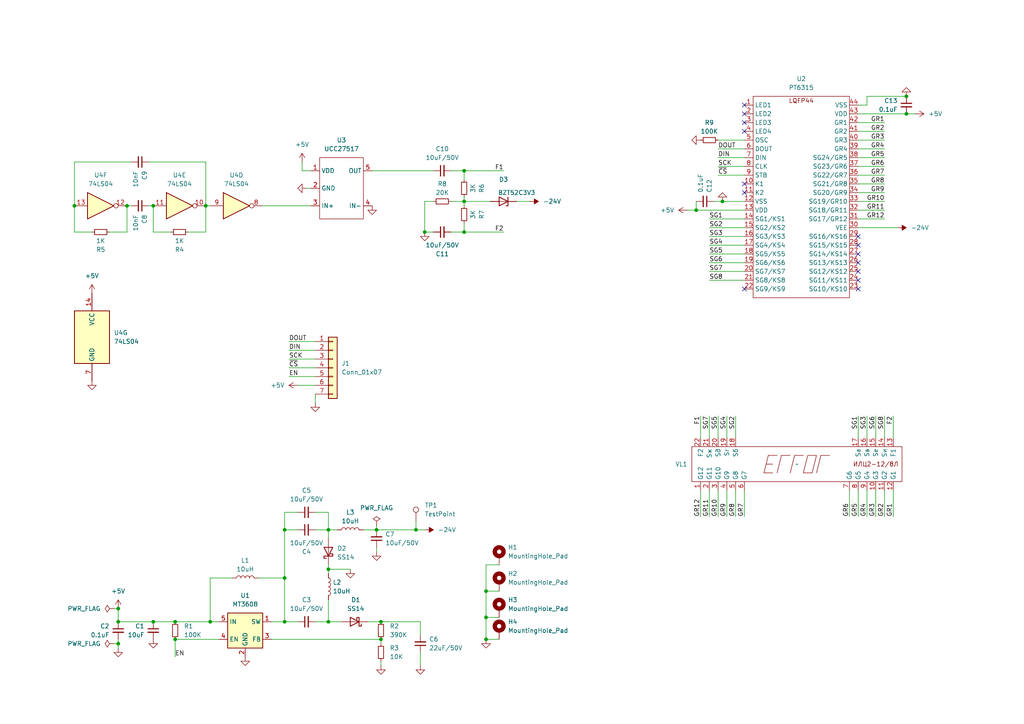
<source format=kicad_sch>
(kicad_sch (version 20230121) (generator eeschema)
  (paper "A4")
  (lib_symbols
    (symbol "74xx:74LS04"
      (property "Reference" "U" (at 0 1.27 0))
      (property "Value" "74LS04" (at 0 -1.27 0))
      (symbol "74LS04_1_0"
        (polyline (pts (xy -3.81 3.81) (xy -3.81 -3.81) (xy 3.81 0) (xy -3.81 3.81)) (stroke (width 0.254)) (fill (type background)))
        (pin input line (at -7.62 0 0) (length 3.81) (name "~") (number "1"))
        (pin output inverted (at 7.62 0 180) (length 3.81) (name "~") (number "2"))
      )
      (symbol "74LS04_2_0"
        (polyline (pts (xy -3.81 3.81) (xy -3.81 -3.81) (xy 3.81 0) (xy -3.81 3.81)) (stroke (width 0.254)) (fill (type background)))
        (pin input line (at -7.62 0 0) (length 3.81) (name "~") (number "3"))
        (pin output inverted (at 7.62 0 180) (length 3.81) (name "~") (number "4"))
      )
      (symbol "74LS04_3_0"
        (polyline (pts (xy -3.81 3.81) (xy -3.81 -3.81) (xy 3.81 0) (xy -3.81 3.81)) (stroke (width 0.254)) (fill (type background)))
        (pin input line (at -7.62 0 0) (length 3.81) (name "~") (number "5"))
        (pin output inverted (at 7.62 0 180) (length 3.81) (name "~") (number "6"))
      )
      (symbol "74LS04_4_0"
        (polyline (pts (xy -3.81 3.81) (xy -3.81 -3.81) (xy 3.81 0) (xy -3.81 3.81)) (stroke (width 0.254)) (fill (type background)))
        (pin output inverted (at 7.62 0 180) (length 3.81) (name "~") (number "8"))
        (pin input line (at -7.62 0 0) (length 3.81) (name "~") (number "9"))
      )
      (symbol "74LS04_5_0"
        (polyline (pts (xy -3.81 3.81) (xy -3.81 -3.81) (xy 3.81 0) (xy -3.81 3.81)) (stroke (width 0.254)) (fill (type background)))
        (pin output inverted (at 7.62 0 180) (length 3.81) (name "~") (number "10"))
        (pin input line (at -7.62 0 0) (length 3.81) (name "~") (number "11"))
      )
      (symbol "74LS04_6_0"
        (polyline (pts (xy -3.81 3.81) (xy -3.81 -3.81) (xy 3.81 0) (xy -3.81 3.81)) (stroke (width 0.254)) (fill (type background)))
        (pin output inverted (at 7.62 0 180) (length 3.81) (name "~") (number "12"))
        (pin input line (at -7.62 0 0) (length 3.81) (name "~") (number "13"))
      )
      (symbol "74LS04_7_0"
        (pin power_in line (at 0 12.7 270) (length 5.08) (name "VCC") (number "14"))
        (pin power_in line (at 0 -12.7 90) (length 5.08) (name "GND") (number "7"))
      )
      (symbol "74LS04_7_1"
        (rectangle (start -5.08 7.62) (end 5.08 -7.62) (stroke (width 0.254)) (fill (type background)))
      )
    )
    (symbol "Connector:TestPoint" (pin_numbers hide) (pin_names (offset 0.762) hide)
      (property "Reference" "TP" (at 0 6.858 0))
      (property "Value" "TestPoint" (at 0 5.08 0))
      (symbol "TestPoint_0_1"
        (circle (center 0 3.302) (radius 0.762))
      )
      (symbol "TestPoint_1_1"
        (pin passive line (at 0 0 90) (length 2.54) (name "1") (number "1"))
      )
    )
    (symbol "Connector_Generic:Conn_01x07" (pin_names (offset 1.016) hide)
      (property "Reference" "J" (at 0 10.16 0))
      (property "Value" "Conn_01x07" (at 0 -10.16 0))
      (symbol "Conn_01x07_1_1"
        (rectangle (start -1.27 -7.493) (end 0 -7.747) (stroke (width 0.1524)))
        (rectangle (start -1.27 -4.953) (end 0 -5.207) (stroke (width 0.1524)))
        (rectangle (start -1.27 -2.413) (end 0 -2.667) (stroke (width 0.1524)))
        (rectangle (start -1.27 0.127) (end 0 -0.127) (stroke (width 0.1524)))
        (rectangle (start -1.27 2.667) (end 0 2.413) (stroke (width 0.1524)))
        (rectangle (start -1.27 5.207) (end 0 4.953) (stroke (width 0.1524)))
        (rectangle (start -1.27 7.747) (end 0 7.493) (stroke (width 0.1524)))
        (rectangle (start -1.27 8.89) (end 1.27 -8.89) (stroke (width 0.254)) (fill (type background)))
        (pin passive line (at -5.08 7.62 0) (length 3.81) (name "Pin_1") (number "1"))
        (pin passive line (at -5.08 5.08 0) (length 3.81) (name "Pin_2") (number "2"))
        (pin passive line (at -5.08 2.54 0) (length 3.81) (name "Pin_3") (number "3"))
        (pin passive line (at -5.08 0 0) (length 3.81) (name "Pin_4") (number "4"))
        (pin passive line (at -5.08 -2.54 0) (length 3.81) (name "Pin_5") (number "5"))
        (pin passive line (at -5.08 -5.08 0) (length 3.81) (name "Pin_6") (number "6"))
        (pin passive line (at -5.08 -7.62 0) (length 3.81) (name "Pin_7") (number "7"))
      )
    )
    (symbol "Device:C_Small" (pin_numbers hide) (pin_names (offset 0.254) hide)
      (property "Reference" "C" (at 0.254 1.778 0))
      (property "Value" "C_Small" (at 0.254 -2.032 0))
      (symbol "C_Small_0_1"
        (polyline (pts (xy -1.524 -0.508) (xy 1.524 -0.508)) (stroke (width 0.3302)))
        (polyline (pts (xy -1.524 0.508) (xy 1.524 0.508)) (stroke (width 0.3048)))
      )
      (symbol "C_Small_1_1"
        (pin passive line (at 0 2.54 270) (length 2.032) (name "~") (number "1"))
        (pin passive line (at 0 -2.54 90) (length 2.032) (name "~") (number "2"))
      )
    )
    (symbol "Device:D_Schottky" (pin_numbers hide) (pin_names (offset 1.016) hide)
      (property "Reference" "D" (at 0 2.54 0))
      (property "Value" "D_Schottky" (at 0 -2.54 0))
      (symbol "D_Schottky_0_1"
        (polyline (pts (xy 1.27 0) (xy -1.27 0)))
        (polyline (pts (xy 1.27 1.27) (xy 1.27 -1.27) (xy -1.27 0) (xy 1.27 1.27)) (stroke (width 0.254)))
        (polyline (pts (xy -1.905 0.635) (xy -1.905 1.27) (xy -1.27 1.27) (xy -1.27 -1.27) (xy -0.635 -1.27) (xy -0.635 -0.635)) (stroke (width 0.254)))
      )
      (symbol "D_Schottky_1_1"
        (pin passive line (at -3.81 0 0) (length 2.54) (name "K") (number "1"))
        (pin passive line (at 3.81 0 180) (length 2.54) (name "A") (number "2"))
      )
    )
    (symbol "Device:L" (pin_numbers hide) (pin_names (offset 1.016) hide)
      (property "Reference" "L" (at -1.27 0 90))
      (property "Value" "L" (at 1.905 0 90))
      (symbol "L_0_1"
        (arc (start 0 -2.54) (mid 0.6323 -1.905) (end 0 -1.27))
        (arc (start 0 -1.27) (mid 0.6323 -0.635) (end 0 0))
        (arc (start 0 0) (mid 0.6323 0.635) (end 0 1.27))
        (arc (start 0 1.27) (mid 0.6323 1.905) (end 0 2.54))
      )
      (symbol "L_1_1"
        (pin passive line (at 0 3.81 270) (length 1.27) (name "1") (number "1"))
        (pin passive line (at 0 -3.81 90) (length 1.27) (name "2") (number "2"))
      )
    )
    (symbol "Device:R_Small" (pin_numbers hide) (pin_names (offset 0.254) hide)
      (property "Reference" "R" (at 0.762 0.508 0))
      (property "Value" "R_Small" (at 0.762 -1.016 0))
      (symbol "R_Small_0_1"
        (rectangle (start -0.762 1.778) (end 0.762 -1.778) (stroke (width 0.2032)))
      )
      (symbol "R_Small_1_1"
        (pin passive line (at 0 2.54 270) (length 0.762) (name "~") (number "1"))
        (pin passive line (at 0 -2.54 90) (length 0.762) (name "~") (number "2"))
      )
    )
    (symbol "Diode:BZT52Bxx" (pin_numbers hide) (pin_names hide)
      (property "Reference" "D" (at 0 2.54 0))
      (property "Value" "BZT52Bxx" (at 0 -2.54 0))
      (symbol "BZT52Bxx_0_1"
        (polyline (pts (xy 1.27 0) (xy -1.27 0)))
        (polyline (pts (xy -1.27 -1.27) (xy -1.27 1.27) (xy -0.762 1.27)) (stroke (width 0.254)))
        (polyline (pts (xy 1.27 -1.27) (xy 1.27 1.27) (xy -1.27 0) (xy 1.27 -1.27)) (stroke (width 0.254)))
      )
      (symbol "BZT52Bxx_1_1"
        (pin passive line (at -3.81 0 0) (length 2.54) (name "K") (number "1"))
        (pin passive line (at 3.81 0 180) (length 2.54) (name "A") (number "2"))
      )
    )
    (symbol "ILC2-12_8L:ILC2-12/8L"
      (property "Reference" "VL" (at 1.27 -7.62 0))
      (symbol "ILC2-12/8L_0_1"
        (rectangle (start -30.48 5.08) (end 30.48 -5.08))
      )
      (symbol "ILC2-12/8L_1_1"
        (polyline (pts (xy -8.89 0) (xy -7.0231 0.0006)))
        (polyline (pts (xy -8.2931 2.5406) (xy -5.7531 2.5406)))
        (polyline (pts (xy -4.4831 2.5406) (xy -5.7531 -2.5394)))
        (polyline (pts (xy -4.4831 2.5406) (xy -1.9431 2.5406)))
        (polyline (pts (xy -0.6731 2.5406) (xy -1.9431 -2.5394)))
        (polyline (pts (xy -0.6731 2.5406) (xy 1.8669 2.5406)))
        (polyline (pts (xy 6.9469 2.5406) (xy 5.6769 -2.5394)))
        (polyline (pts (xy 6.9469 2.5406) (xy 9.4869 2.5406)))
        (polyline (pts (xy -8.2931 2.5406) (xy -9.5631 -2.5394) (xy -7.0231 -2.5394)))
        (polyline (pts (xy 3.1369 2.5406) (xy 5.6769 2.5406) (xy 4.4069 -2.5394) (xy 1.8669 -2.5394) (xy 3.1369 2.5406)))
        (text "ИЛЦ2-12/8Л" (at 22.86 0 0) (effects (font (size 1.27 1.27))))
        (pin passive line (at -27.94 -7.62 90) (length 2.54) (name "G12") (number "1"))
        (pin passive line (at 22.86 -7.62 90) (length 2.54) (name "G3") (number "10"))
        (pin passive line (at 25.4 -7.62 90) (length 2.54) (name "G2") (number "11"))
        (pin passive line (at 27.94 -7.62 90) (length 2.54) (name "G1") (number "12"))
        (pin passive line (at 27.94 7.62 270) (length 2.54) (name "F1") (number "13"))
        (pin passive line (at 25.4 7.62 270) (length 2.54) (name "Sи") (number "14"))
        (pin passive line (at 22.86 7.62 270) (length 2.54) (name "Sе") (number "15"))
        (pin passive line (at 20.32 7.62 270) (length 2.54) (name "Sв") (number "16"))
        (pin passive line (at 17.78 7.62 270) (length 2.54) (name "Sа") (number "17"))
        (pin passive line (at -17.78 7.62 270) (length 2.54) (name "Sб") (number "18"))
        (pin passive line (at -20.32 7.62 270) (length 2.54) (name "Sг") (number "19"))
        (pin passive line (at -25.4 -7.62 90) (length 2.54) (name "G11") (number "2"))
        (pin passive line (at -22.86 7.62 270) (length 2.54) (name "Sд") (number "20"))
        (pin passive line (at -25.4 7.62 270) (length 2.54) (name "Sж") (number "21"))
        (pin passive line (at -27.94 7.62 270) (length 2.54) (name "F2") (number "22"))
        (pin passive line (at -22.86 -7.62 90) (length 2.54) (name "G10") (number "3"))
        (pin passive line (at -20.32 -7.62 90) (length 2.54) (name "G9") (number "4"))
        (pin passive line (at -17.78 -7.62 90) (length 2.54) (name "G8") (number "5"))
        (pin passive line (at -15.24 -7.62 90) (length 2.54) (name "G7") (number "6"))
        (pin passive line (at 15.24 -7.62 90) (length 2.54) (name "G6") (number "7"))
        (pin passive line (at 17.78 -7.62 90) (length 2.54) (name "G5") (number "8"))
        (pin passive line (at 20.32 -7.62 90) (length 2.54) (name "G4") (number "9"))
      )
    )
    (symbol "Mechanical:MountingHole_Pad" (pin_numbers hide) (pin_names (offset 1.016) hide)
      (property "Reference" "H" (at 0 6.35 0))
      (property "Value" "MountingHole_Pad" (at 0 4.445 0))
      (symbol "MountingHole_Pad_0_1"
        (circle (center 0 1.27) (radius 1.27) (stroke (width 1.27)))
      )
      (symbol "MountingHole_Pad_1_1"
        (pin input line (at 0 -2.54 90) (length 2.54) (name "1") (number "1"))
      )
    )
    (symbol "PT6315:PT6315"
      (property "Reference" "U" (at -12.7 -31.75 0))
      (property "Value" "PT6315" (at 0 0 0))
      (symbol "PT6315_0_1"
        (rectangle (start -13.97 29.21) (end 13.97 -29.21))
      )
      (symbol "PT6315_1_1"
        (text "LQFP44" (at 0 27.94 0) (effects (font (size 1.27 1.27))))
        (pin output line (at -16.51 26.67 0) (length 2.54) (name "LED1") (number "1"))
        (pin input line (at -16.51 3.81 0) (length 2.54) (name "K1") (number "10"))
        (pin input line (at -16.51 1.27 0) (length 2.54) (name "K2") (number "11"))
        (pin passive line (at -16.51 -1.27 0) (length 2.54) (name "VSS") (number "12"))
        (pin passive line (at -16.51 -3.81 0) (length 2.54) (name "VDD") (number "13"))
        (pin output line (at -16.51 -6.35 0) (length 2.54) (name "SG1/KS1") (number "14"))
        (pin output line (at -16.51 -8.89 0) (length 2.54) (name "SG2/KS2") (number "15"))
        (pin output line (at -16.51 -11.43 0) (length 2.54) (name "SG3/KS3") (number "16"))
        (pin output line (at -16.51 -13.97 0) (length 2.54) (name "SG4/KS4") (number "17"))
        (pin output line (at -16.51 -16.51 0) (length 2.54) (name "SG5/KS5") (number "18"))
        (pin output line (at -16.51 -19.05 0) (length 2.54) (name "SG6/KS6") (number "19"))
        (pin output line (at -16.51 24.13 0) (length 2.54) (name "LED2") (number "2"))
        (pin output line (at -16.51 -21.59 0) (length 2.54) (name "SG7/KS7") (number "20"))
        (pin output line (at -16.51 -24.13 0) (length 2.54) (name "SG8/KS8") (number "21"))
        (pin output line (at -16.51 -26.67 0) (length 2.54) (name "SG9/KS9") (number "22"))
        (pin output line (at 16.51 -26.67 180) (length 2.54) (name "SG10/KS10") (number "23"))
        (pin output line (at 16.51 -24.13 180) (length 2.54) (name "SG11/KS11") (number "24"))
        (pin output line (at 16.51 -21.59 180) (length 2.54) (name "SG12/KS12") (number "25"))
        (pin output line (at 16.51 -19.05 180) (length 2.54) (name "SG13/KS13") (number "26"))
        (pin output line (at 16.51 -16.51 180) (length 2.54) (name "SG14/KS14") (number "27"))
        (pin output line (at 16.51 -13.97 180) (length 2.54) (name "SG15/KS15") (number "28"))
        (pin output line (at 16.51 -11.43 180) (length 2.54) (name "SG16/KS16") (number "29"))
        (pin output line (at -16.51 21.59 0) (length 2.54) (name "LED3") (number "3"))
        (pin passive line (at 16.51 -8.89 180) (length 2.54) (name "VEE") (number "30"))
        (pin output line (at 16.51 -6.35 180) (length 2.54) (name "SG17/GR12") (number "31"))
        (pin output line (at 16.51 -3.81 180) (length 2.54) (name "SG18/GR11") (number "32"))
        (pin output line (at 16.51 -1.27 180) (length 2.54) (name "SG19/GR10") (number "33"))
        (pin output line (at 16.51 1.27 180) (length 2.54) (name "SG20/GR9") (number "34"))
        (pin output line (at 16.51 3.81 180) (length 2.54) (name "SG21/GR8") (number "35"))
        (pin output line (at 16.51 6.35 180) (length 2.54) (name "SG22/GR7") (number "36"))
        (pin output line (at 16.51 8.89 180) (length 2.54) (name "SG23/GR6") (number "37"))
        (pin output line (at 16.51 11.43 180) (length 2.54) (name "SG24/GR5") (number "38"))
        (pin output line (at 16.51 13.97 180) (length 2.54) (name "GR4") (number "39"))
        (pin output line (at -16.51 19.05 0) (length 2.54) (name "LED4") (number "4"))
        (pin output line (at 16.51 16.51 180) (length 2.54) (name "GR3") (number "40"))
        (pin output line (at 16.51 19.05 180) (length 2.54) (name "GR2") (number "41"))
        (pin output line (at 16.51 21.59 180) (length 2.54) (name "GR1") (number "42"))
        (pin passive line (at 16.51 24.13 180) (length 2.54) (name "VDD") (number "43"))
        (pin passive line (at 16.51 26.67 180) (length 2.54) (name "VSS") (number "44"))
        (pin passive line (at -16.51 16.51 0) (length 2.54) (name "OSC") (number "5"))
        (pin output line (at -16.51 13.97 0) (length 2.54) (name "DOUT") (number "6"))
        (pin input line (at -16.51 11.43 0) (length 2.54) (name "DIN") (number "7"))
        (pin input line (at -16.51 8.89 0) (length 2.54) (name "CLK") (number "8"))
        (pin input line (at -16.51 6.35 0) (length 2.54) (name "STB") (number "9"))
      )
    )
    (symbol "Regulator_Switching:MT3608"
      (property "Reference" "U" (at -2.54 8.89 0))
      (property "Value" "MT3608" (at -3.81 6.35 0))
      (symbol "MT3608_0_1"
        (rectangle (start -5.08 5.08) (end 5.08 -5.08) (stroke (width 0.254)) (fill (type background)))
      )
      (symbol "MT3608_1_1"
        (pin passive line (at 7.62 2.54 180) (length 2.54) (name "SW") (number "1"))
        (pin power_in line (at 0 -7.62 90) (length 2.54) (name "GND") (number "2"))
        (pin input line (at 7.62 -2.54 180) (length 2.54) (name "FB") (number "3"))
        (pin input line (at -7.62 -2.54 0) (length 2.54) (name "EN") (number "4"))
        (pin power_in line (at -7.62 2.54 0) (length 2.54) (name "IN") (number "5"))
        (pin no_connect line (at 5.08 0 180) (length 2.54) hide (name "NC") (number "6"))
      )
    )
    (symbol "UCC27517:UCC27517"
      (property "Reference" "U" (at -6.35 10.16 0))
      (property "Value" "UCC27517" (at -1.27 -10.16 0))
      (symbol "UCC27517_0_1"
        (rectangle (start -6.35 8.89) (end 6.35 -8.89))
      )
      (symbol "UCC27517_1_1"
        (pin passive line (at -8.89 5.08 0) (length 2.54) (name "VDD") (number "1"))
        (pin passive line (at -8.89 0 0) (length 2.54) (name "GND") (number "2"))
        (pin input line (at -8.89 -5.08 0) (length 2.54) (name "IN+") (number "3"))
        (pin input line (at 8.89 -5.08 180) (length 2.54) (name "IN-") (number "4"))
        (pin output line (at 8.89 5.08 180) (length 2.54) (name "OUT") (number "5"))
      )
    )
    (symbol "power:+5V" (power) (pin_names (offset 0))
      (property "Value" "+5V" (at 0 3.556 0))
      (symbol "+5V_0_1"
        (polyline (pts (xy -0.762 1.27) (xy 0 2.54)))
        (polyline (pts (xy 0 0) (xy 0 2.54)))
        (polyline (pts (xy 0 2.54) (xy 0.762 1.27)))
      )
      (symbol "+5V_1_1"
        (pin power_in line (at 0 0 90) (length 0) hide (name "+5V") (number "1"))
      )
    )
    (symbol "power:-24V" (power) (pin_names (offset 0))
      (property "Value" "-24V" (at 0 3.81 0))
      (symbol "-24V_0_0"
        (pin power_in line (at 0 0 90) (length 0) hide (name "-24V") (number "1"))
      )
      (symbol "-24V_0_1"
        (polyline (pts (xy 0 0) (xy 0 1.27) (xy 0.762 1.27) (xy 0 2.54) (xy -0.762 1.27) (xy 0 1.27)) (fill (type outline)))
      )
    )
    (symbol "power:GND" (power) (pin_names (offset 0))
      (property "Value" "GND" (at 0 -3.81 0))
      (symbol "GND_0_1"
        (polyline (pts (xy 0 0) (xy 0 -1.27) (xy 1.27 -1.27) (xy 0 -2.54) (xy -1.27 -1.27) (xy 0 -1.27)))
      )
      (symbol "GND_1_1"
        (pin power_in line (at 0 0 270) (length 0) hide (name "GND") (number "1"))
      )
    )
    (symbol "power:PWR_FLAG" (power) (pin_numbers hide) (pin_names (offset 0) hide)
      (property "Value" "PWR_FLAG" (at 0 3.81 0))
      (symbol "PWR_FLAG_0_0"
        (pin power_out line (at 0 0 90) (length 0) (name "pwr") (number "1"))
      )
      (symbol "PWR_FLAG_0_1"
        (polyline (pts (xy 0 0) (xy 0 1.27) (xy -1.016 1.905) (xy 0 2.54) (xy 1.016 1.905) (xy 0 1.27)))
      )
    )
  )
  (junction (at 262.89 33.02))
  (junction (at 95.25 180.34))
  (junction (at 44.45 59.69))
  (junction (at 110.49 185.42))
  (junction (at 120.65 153.67))
  (junction (at 201.93 60.96))
  (junction (at 34.29 186.69))
  (junction (at 95.25 153.67))
  (junction (at 60.96 180.34))
  (junction (at 134.62 67.31))
  (junction (at 82.55 167.64))
  (junction (at 50.8 180.34))
  (junction (at 140.97 179.07))
  (junction (at 82.55 153.67))
  (junction (at 110.49 180.34))
  (junction (at 134.62 49.53))
  (junction (at 109.22 153.67))
  (junction (at 50.8 185.42))
  (junction (at 134.62 58.42))
  (junction (at 95.25 165.1))
  (junction (at 36.83 59.69))
  (junction (at 140.97 185.42))
  (junction (at 34.29 180.34))
  (junction (at 123.19 67.31))
  (junction (at 34.29 176.53))
  (junction (at 209.55 58.42))
  (junction (at 140.97 171.45))
  (junction (at 21.59 59.69))
  (junction (at 82.55 180.34))
  (junction (at 262.89 27.94))
  (junction (at 44.45 180.34))
  (junction (at 59.69 59.69))
  (no_connect (at 248.92 78.74))
  (no_connect (at 215.9 83.82))
  (no_connect (at 215.9 55.88))
  (no_connect (at 215.9 30.48))
  (no_connect (at 215.9 38.1))
  (no_connect (at 248.92 73.66))
  (no_connect (at 215.9 53.34))
  (no_connect (at 248.92 76.2))
  (no_connect (at 248.92 68.58))
  (no_connect (at 248.92 71.12))
  (no_connect (at 248.92 81.28))
  (no_connect (at 248.92 83.82))
  (no_connect (at 215.9 33.02))
  (no_connect (at 215.9 35.56))
  (wire (pts (xy 125.73 58.42) (xy 123.19 58.42)))
  (wire (pts (xy 31.75 67.31) (xy 36.83 67.31)))
  (wire (pts (xy 82.55 180.34) (xy 86.36 180.34)))
  (wire (pts (xy 95.25 148.59) (xy 95.25 153.67)))
  (wire (pts (xy 38.1 46.99) (xy 21.59 46.99)))
  (wire (pts (xy 91.44 148.59) (xy 95.25 148.59)))
  (wire (pts (xy 120.65 153.67) (xy 123.19 153.67)))
  (wire (pts (xy 140.97 171.45) (xy 140.97 179.07)))
  (wire (pts (xy 205.74 73.66) (xy 215.9 73.66)))
  (wire (pts (xy 74.93 167.64) (xy 82.55 167.64)))
  (wire (pts (xy 50.8 185.42) (xy 63.5 185.42)))
  (wire (pts (xy 120.65 151.13) (xy 120.65 153.67)))
  (wire (pts (xy 205.74 76.2) (xy 215.9 76.2)))
  (wire (pts (xy 76.2 59.69) (xy 90.17 59.69)))
  (wire (pts (xy 60.96 180.34) (xy 63.5 180.34)))
  (wire (pts (xy 44.45 59.69) (xy 44.45 67.31)))
  (wire (pts (xy 209.55 58.42) (xy 215.9 58.42)))
  (wire (pts (xy 256.54 120.65) (xy 256.54 127)))
  (wire (pts (xy 130.81 58.42) (xy 134.62 58.42)))
  (wire (pts (xy 210.82 120.65) (xy 210.82 127)))
  (wire (pts (xy 213.36 142.24) (xy 213.36 149.86)))
  (wire (pts (xy 205.74 142.24) (xy 205.74 149.86)))
  (wire (pts (xy 121.92 180.34) (xy 110.49 180.34)))
  (wire (pts (xy 109.22 153.67) (xy 109.22 152.4)))
  (wire (pts (xy 134.62 49.53) (xy 134.62 52.07)))
  (wire (pts (xy 134.62 58.42) (xy 134.62 59.69)))
  (wire (pts (xy 59.69 67.31) (xy 54.61 67.31)))
  (wire (pts (xy 140.97 179.07) (xy 140.97 185.42)))
  (wire (pts (xy 21.59 46.99) (xy 21.59 59.69)))
  (wire (pts (xy 134.62 49.53) (xy 146.05 49.53)))
  (wire (pts (xy 248.92 55.88) (xy 256.54 55.88)))
  (wire (pts (xy 86.36 148.59) (xy 82.55 148.59)))
  (wire (pts (xy 208.28 43.18) (xy 215.9 43.18)))
  (wire (pts (xy 95.25 163.83) (xy 95.25 165.1)))
  (wire (pts (xy 34.29 186.69) (xy 34.29 185.42)))
  (wire (pts (xy 248.92 50.8) (xy 256.54 50.8)))
  (wire (pts (xy 208.28 142.24) (xy 208.28 149.86)))
  (wire (pts (xy 251.46 27.94) (xy 262.89 27.94)))
  (wire (pts (xy 248.92 142.24) (xy 248.92 149.86)))
  (wire (pts (xy 50.8 185.42) (xy 50.8 190.5)))
  (wire (pts (xy 254 120.65) (xy 254 127)))
  (wire (pts (xy 44.45 67.31) (xy 49.53 67.31)))
  (wire (pts (xy 86.36 111.76) (xy 91.44 111.76)))
  (wire (pts (xy 199.39 60.96) (xy 201.93 60.96)))
  (wire (pts (xy 83.82 99.06) (xy 91.44 99.06)))
  (wire (pts (xy 82.55 153.67) (xy 82.55 167.64)))
  (wire (pts (xy 208.28 40.64) (xy 215.9 40.64)))
  (wire (pts (xy 248.92 33.02) (xy 262.89 33.02)))
  (wire (pts (xy 205.74 68.58) (xy 215.9 68.58)))
  (wire (pts (xy 83.82 106.68) (xy 91.44 106.68)))
  (wire (pts (xy 34.29 180.34) (xy 44.45 180.34)))
  (wire (pts (xy 248.92 35.56) (xy 256.54 35.56)))
  (wire (pts (xy 78.74 185.42) (xy 110.49 185.42)))
  (wire (pts (xy 248.92 58.42) (xy 256.54 58.42)))
  (wire (pts (xy 88.9 54.61) (xy 90.17 54.61)))
  (wire (pts (xy 130.81 49.53) (xy 134.62 49.53)))
  (wire (pts (xy 248.92 66.04) (xy 260.35 66.04)))
  (wire (pts (xy 207.01 58.42) (xy 209.55 58.42)))
  (wire (pts (xy 208.28 48.26) (xy 215.9 48.26)))
  (wire (pts (xy 205.74 63.5) (xy 215.9 63.5)))
  (wire (pts (xy 213.36 120.65) (xy 213.36 127)))
  (wire (pts (xy 134.62 57.15) (xy 134.62 58.42)))
  (wire (pts (xy 259.08 142.24) (xy 259.08 149.86)))
  (wire (pts (xy 82.55 167.64) (xy 82.55 180.34)))
  (wire (pts (xy 83.82 101.6) (xy 91.44 101.6)))
  (wire (pts (xy 60.96 167.64) (xy 60.96 180.34)))
  (wire (pts (xy 91.44 180.34) (xy 95.25 180.34)))
  (wire (pts (xy 205.74 78.74) (xy 215.9 78.74)))
  (wire (pts (xy 95.25 180.34) (xy 99.06 180.34)))
  (wire (pts (xy 34.29 186.69) (xy 33.02 186.69)))
  (wire (pts (xy 36.83 59.69) (xy 36.83 67.31)))
  (wire (pts (xy 149.86 58.42) (xy 153.67 58.42)))
  (wire (pts (xy 208.28 50.8) (xy 215.9 50.8)))
  (wire (pts (xy 95.25 173.99) (xy 95.25 180.34)))
  (wire (pts (xy 256.54 142.24) (xy 256.54 149.86)))
  (wire (pts (xy 109.22 158.75) (xy 109.22 160.02)))
  (wire (pts (xy 95.25 153.67) (xy 95.25 156.21)))
  (wire (pts (xy 78.74 180.34) (xy 82.55 180.34)))
  (wire (pts (xy 134.62 67.31) (xy 134.62 64.77)))
  (wire (pts (xy 83.82 109.22) (xy 91.44 109.22)))
  (wire (pts (xy 123.19 58.42) (xy 123.19 67.31)))
  (wire (pts (xy 251.46 120.65) (xy 251.46 127)))
  (wire (pts (xy 21.59 59.69) (xy 21.59 67.31)))
  (wire (pts (xy 205.74 66.04) (xy 215.9 66.04)))
  (wire (pts (xy 262.89 33.02) (xy 265.43 33.02)))
  (wire (pts (xy 33.02 176.53) (xy 34.29 176.53)))
  (wire (pts (xy 87.63 49.53) (xy 90.17 49.53)))
  (wire (pts (xy 87.63 46.99) (xy 87.63 49.53)))
  (wire (pts (xy 140.97 179.07) (xy 144.78 179.07)))
  (wire (pts (xy 95.25 153.67) (xy 97.79 153.67)))
  (wire (pts (xy 59.69 46.99) (xy 59.69 59.69)))
  (wire (pts (xy 203.2 142.24) (xy 203.2 149.86)))
  (wire (pts (xy 205.74 71.12) (xy 215.9 71.12)))
  (wire (pts (xy 95.25 165.1) (xy 101.6 165.1)))
  (wire (pts (xy 201.93 60.96) (xy 215.9 60.96)))
  (wire (pts (xy 123.19 67.31) (xy 125.73 67.31)))
  (wire (pts (xy 246.38 142.24) (xy 246.38 149.86)))
  (wire (pts (xy 134.62 58.42) (xy 142.24 58.42)))
  (wire (pts (xy 105.41 153.67) (xy 109.22 153.67)))
  (wire (pts (xy 248.92 30.48) (xy 251.46 30.48)))
  (wire (pts (xy 203.2 120.65) (xy 203.2 127)))
  (wire (pts (xy 248.92 60.96) (xy 256.54 60.96)))
  (wire (pts (xy 205.74 81.28) (xy 215.9 81.28)))
  (wire (pts (xy 110.49 185.42) (xy 110.49 186.69)))
  (wire (pts (xy 109.22 153.67) (xy 120.65 153.67)))
  (wire (pts (xy 248.92 38.1) (xy 256.54 38.1)))
  (wire (pts (xy 121.92 193.04) (xy 121.92 189.23)))
  (wire (pts (xy 248.92 63.5) (xy 256.54 63.5)))
  (wire (pts (xy 67.31 167.64) (xy 60.96 167.64)))
  (wire (pts (xy 59.69 59.69) (xy 60.96 59.69)))
  (wire (pts (xy 44.45 180.34) (xy 50.8 180.34)))
  (wire (pts (xy 134.62 67.31) (xy 146.05 67.31)))
  (wire (pts (xy 251.46 142.24) (xy 251.46 149.86)))
  (wire (pts (xy 121.92 184.15) (xy 121.92 180.34)))
  (wire (pts (xy 215.9 142.24) (xy 215.9 149.86)))
  (wire (pts (xy 130.81 67.31) (xy 134.62 67.31)))
  (wire (pts (xy 140.97 185.42) (xy 144.78 185.42)))
  (wire (pts (xy 254 142.24) (xy 254 149.86)))
  (wire (pts (xy 82.55 153.67) (xy 86.36 153.67)))
  (wire (pts (xy 144.78 163.83) (xy 140.97 163.83)))
  (wire (pts (xy 248.92 53.34) (xy 256.54 53.34)))
  (wire (pts (xy 248.92 45.72) (xy 256.54 45.72)))
  (wire (pts (xy 59.69 59.69) (xy 59.69 67.31)))
  (wire (pts (xy 259.08 120.65) (xy 259.08 127)))
  (wire (pts (xy 205.74 120.65) (xy 205.74 127)))
  (wire (pts (xy 34.29 187.96) (xy 34.29 186.69)))
  (wire (pts (xy 248.92 43.18) (xy 256.54 43.18)))
  (wire (pts (xy 106.68 180.34) (xy 110.49 180.34)))
  (wire (pts (xy 110.49 191.77) (xy 110.49 193.04)))
  (wire (pts (xy 34.29 176.53) (xy 34.29 180.34)))
  (wire (pts (xy 21.59 67.31) (xy 26.67 67.31)))
  (wire (pts (xy 201.93 58.42) (xy 201.93 60.96)))
  (wire (pts (xy 91.44 153.67) (xy 95.25 153.67)))
  (wire (pts (xy 208.28 120.65) (xy 208.28 127)))
  (wire (pts (xy 43.18 46.99) (xy 59.69 46.99)))
  (wire (pts (xy 43.18 59.69) (xy 44.45 59.69)))
  (wire (pts (xy 91.44 114.3) (xy 91.44 116.84)))
  (wire (pts (xy 248.92 40.64) (xy 256.54 40.64)))
  (wire (pts (xy 95.25 166.37) (xy 95.25 165.1)))
  (wire (pts (xy 251.46 30.48) (xy 251.46 27.94)))
  (wire (pts (xy 210.82 142.24) (xy 210.82 149.86)))
  (wire (pts (xy 208.28 45.72) (xy 215.9 45.72)))
  (wire (pts (xy 107.95 49.53) (xy 125.73 49.53)))
  (wire (pts (xy 140.97 163.83) (xy 140.97 171.45)))
  (wire (pts (xy 140.97 171.45) (xy 144.78 171.45)))
  (wire (pts (xy 50.8 180.34) (xy 60.96 180.34)))
  (wire (pts (xy 36.83 59.69) (xy 38.1 59.69)))
  (wire (pts (xy 248.92 48.26) (xy 256.54 48.26)))
  (wire (pts (xy 82.55 148.59) (xy 82.55 153.67)))
  (wire (pts (xy 83.82 104.14) (xy 91.44 104.14)))
  (wire (pts (xy 248.92 120.65) (xy 248.92 127)))
  (label "GR1" (at 259.08 149.86 90))
  (label "GR2" (at 256.54 38.1 180))
  (label "GR10" (at 256.54 58.42 180))
  (label "GR9" (at 256.54 55.88 180))
  (label "SG2" (at 205.74 66.04 0))
  (label "SG1" (at 205.74 63.5 0))
  (label "GR9" (at 210.82 149.86 90))
  (label "GR7" (at 256.54 50.8 180))
  (label "EN" (at 50.8 190.5 0))
  (label "F2" (at 259.08 120.65 270))
  (label "SG3" (at 205.74 68.58 0))
  (label "SG1" (at 248.92 120.65 270))
  (label "SG8" (at 256.54 120.65 270))
  (label "~{CS}" (at 83.82 106.68 0))
  (label "GR6" (at 246.38 149.86 90))
  (label "SG5" (at 208.28 120.65 270))
  (label "F1" (at 146.05 49.53 180))
  (label "DIN" (at 83.82 101.6 0))
  (label "SG2" (at 213.36 120.65 270))
  (label "SG7" (at 205.74 78.74 0))
  (label "GR12" (at 203.2 149.86 90))
  (label "SG4" (at 205.74 71.12 0))
  (label "GR10" (at 208.28 149.86 90))
  (label "GR4" (at 251.46 149.86 90))
  (label "GR4" (at 256.54 43.18 180))
  (label "F2" (at 146.05 67.31 180))
  (label "SG6" (at 254 120.65 270))
  (label "GR12" (at 256.54 63.5 180))
  (label "GR5" (at 256.54 45.72 180))
  (label "EN" (at 83.82 109.22 0))
  (label "SG8" (at 205.74 81.28 0))
  (label "SG5" (at 205.74 73.66 0))
  (label "SCK" (at 208.28 48.26 0))
  (label "SG7" (at 205.74 120.65 270))
  (label "SG3" (at 251.46 120.65 270))
  (label "~{CS}" (at 208.28 50.8 0))
  (label "F1" (at 203.2 120.65 270))
  (label "GR1" (at 256.54 35.56 180))
  (label "GR6" (at 256.54 48.26 180))
  (label "SCK" (at 83.82 104.14 0))
  (label "GR8" (at 213.36 149.86 90))
  (label "GR11" (at 205.74 149.86 90))
  (label "GR8" (at 256.54 53.34 180))
  (label "SG4" (at 210.82 120.65 270))
  (label "GR11" (at 256.54 60.96 180))
  (label "GR3" (at 256.54 40.64 180))
  (label "GR2" (at 256.54 149.86 90))
  (label "GR3" (at 254 149.86 90))
  (label "DOUT" (at 83.82 99.06 0))
  (label "DOUT" (at 208.28 43.18 0))
  (label "SG6" (at 205.74 76.2 0))
  (label "GR5" (at 248.92 149.86 90))
  (label "DIN" (at 208.28 45.72 0))
  (label "GR7" (at 215.9 149.86 90))
  (symbol (lib_id "74xx:74LS04") (at 68.58 59.69 0) (unit 4)
    (property "Reference" "U4" (at 68.58 50.8 0))
    (property "Value" "74LS04" (at 68.58 53.34 0))
    (property "Footprint" "Package_SO:SOIC-14_3.9x8.7mm_P1.27mm" (effects hide))
    (property "Datasheet" "http://www.ti.com/lit/gpn/sn74LS04" (effects hide))
  )
  (symbol (lib_id "power:GND") (at 121.92 193.04 0) (unit 1)
    (property "Reference" "#PWR06" (effects hide))
    (property "Value" "GND" (effects hide))
  )
  (symbol (lib_id "Device:C_Small") (at 262.89 30.48 0) (mirror y) (unit 1)
    (property "Reference" "C13" (at 260.35 29.2163 0) (effects (justify left)))
    (property "Value" "0.1uF" (at 260.35 31.7563 0) (effects (justify left)))
    (property "Footprint" "Capacitor_SMD:C_0805_2012Metric" (effects hide))
  )
  (symbol (lib_id "power:+5V") (at 199.39 60.96 90) (unit 1)
    (property "Reference" "#PWR016" (effects hide))
    (property "Value" "+5V" (at 195.58 60.96 90) (effects (justify left)))
  )
  (symbol (lib_id "Mechanical:MountingHole_Pad") (at 144.78 168.91 0) (unit 1)
    (property "Reference" "H2" (at 147.32 166.37 0) (effects (justify left)))
    (property "Value" "MountingHole_Pad" (at 147.32 168.91 0) (effects (justify left)))
    (property "Footprint" "MountingHole:MountingHole_2.5mm_Pad" (effects hide))
  )
  (symbol (lib_id "Device:C_Small") (at 34.29 182.88 0) (mirror y) (unit 1)
    (property "Reference" "C2" (at 31.75 181.6163 0) (effects (justify left)))
    (property "Value" "0.1uF" (at 31.75 184.1563 0) (effects (justify left)))
    (property "Footprint" "Capacitor_SMD:C_0805_2012Metric" (effects hide))
  )
  (symbol (lib_id "power:PWR_FLAG") (at 33.02 186.69 90) (unit 1)
    (property "Reference" "#FLG03" (effects hide))
    (property "Value" "PWR_FLAG" (at 29.21 186.69 90) (effects (justify left)))
  )
  (symbol (lib_id "Device:R_Small") (at 50.8 182.88 0) (unit 1)
    (property "Reference" "R1" (at 53.34 181.61 0) (effects (justify left)))
    (property "Value" "100K" (at 53.34 184.15 0) (effects (justify left)))
    (property "Footprint" "Resistor_SMD:R_0805_2012Metric" (effects hide))
  )
  (symbol (lib_id "power:GND") (at 91.44 116.84 0) (unit 1)
    (property "Reference" "#PWR022" (effects hide))
    (property "Value" "GND" (effects hide))
  )
  (symbol (lib_id "power:PWR_FLAG") (at 33.02 176.53 90) (unit 1)
    (property "Reference" "#FLG02" (effects hide))
    (property "Value" "PWR_FLAG" (at 29.21 176.53 90) (effects (justify left)))
  )
  (symbol (lib_id "Device:C_Small") (at 40.64 59.69 270) (unit 1)
    (property "Reference" "C8" (at 41.9037 62.23 0) (effects (justify left)))
    (property "Value" "10nF" (at 39.3637 62.23 0) (effects (justify left)))
    (property "Footprint" "Capacitor_SMD:C_0805_2012Metric" (effects hide))
  )
  (symbol (lib_id "power:+5V") (at 87.63 46.99 0) (unit 1)
    (property "Reference" "#PWR09" (effects hide))
    (property "Value" "+5V" (at 87.63 41.91 0))
  )
  (symbol (lib_id "Device:C_Small") (at 128.27 49.53 90) (unit 1)
    (property "Reference" "C10" (at 128.2763 43.18 90))
    (property "Value" "10uF/50V" (at 128.2763 45.72 90))
    (property "Footprint" "Capacitor_SMD:C_1210_3225Metric" (effects hide))
  )
  (symbol (lib_id "power:+5V") (at 26.67 85.09 0) (unit 1)
    (property "Reference" "#PWR012" (effects hide))
    (property "Value" "+5V" (at 26.67 80.01 0))
  )
  (symbol (lib_id "Connector:TestPoint") (at 120.65 151.13 0) (unit 1)
    (property "Reference" "TP1" (at 123.19 146.558 0) (effects (justify left)))
    (property "Value" "TestPoint" (at 123.19 149.098 0) (effects (justify left)))
    (property "Footprint" "TestPoint:TestPoint_THTPad_2.0x2.0mm_Drill1.0mm" (effects hide))
  )
  (symbol (lib_id "power:GND") (at 34.29 187.96 0) (unit 1)
    (property "Reference" "#PWR03" (effects hide))
    (property "Value" "GND" (effects hide))
  )
  (symbol (lib_id "Mechanical:MountingHole_Pad") (at 144.78 176.53 0) (unit 1)
    (property "Reference" "H3" (at 147.32 173.99 0) (effects (justify left)))
    (property "Value" "MountingHole_Pad" (at 147.32 176.53 0) (effects (justify left)))
    (property "Footprint" "MountingHole:MountingHole_2.5mm_Pad" (effects hide))
  )
  (symbol (lib_id "74xx:74LS04") (at 29.21 59.69 0) (unit 6)
    (property "Reference" "U4" (at 29.21 50.8 0))
    (property "Value" "74LS04" (at 29.21 53.34 0))
    (property "Footprint" "Package_SO:SOIC-14_3.9x8.7mm_P1.27mm" (effects hide))
    (property "Datasheet" "http://www.ti.com/lit/gpn/sn74LS04" (effects hide))
  )
  (symbol (lib_id "power:GND") (at 123.19 67.31 0) (unit 1)
    (property "Reference" "#PWR014" (effects hide))
    (property "Value" "GND" (effects hide))
  )
  (symbol (lib_id "power:GND") (at 209.55 58.42 180) (unit 1)
    (property "Reference" "#PWR017" (effects hide))
    (property "Value" "GND" (effects hide))
  )
  (symbol (lib_id "Mechanical:MountingHole_Pad") (at 144.78 161.29 0) (unit 1)
    (property "Reference" "H1" (at 147.32 158.75 0) (effects (justify left)))
    (property "Value" "MountingHole_Pad" (at 147.32 161.29 0) (effects (justify left)))
    (property "Footprint" "MountingHole:MountingHole_2.5mm_Pad" (effects hide))
  )
  (symbol (lib_id "Device:R_Small") (at 110.49 182.88 0) (unit 1)
    (property "Reference" "R2" (at 113.03 181.61 0) (effects (justify left)))
    (property "Value" "390K" (at 113.03 184.15 0) (effects (justify left)))
    (property "Footprint" "Resistor_SMD:R_0805_2012Metric" (effects hide))
  )
  (symbol (lib_id "power:GND") (at 101.6 165.1 0) (unit 1)
    (property "Reference" "#PWR01" (effects hide))
    (property "Value" "GND" (effects hide))
  )
  (symbol (lib_id "Device:C_Small") (at 40.64 46.99 270) (unit 1)
    (property "Reference" "C9" (at 41.9037 49.53 0) (effects (justify left)))
    (property "Value" "10nF" (at 39.3637 49.53 0) (effects (justify left)))
    (property "Footprint" "Capacitor_SMD:C_0805_2012Metric" (effects hide))
  )
  (symbol (lib_id "Regulator_Switching:MT3608") (at 71.12 182.88 0) (unit 1)
    (property "Reference" "U1" (at 71.12 172.72 0))
    (property "Value" "MT3608" (at 71.12 175.26 0))
    (property "Footprint" "Package_TO_SOT_SMD:SOT-23-6" (effects hide))
    (property "Datasheet" "https://www.olimex.com/Products/Breadboarding/BB-PWR-3608/resources/MT3608.pdf" (effects hide))
  )
  (symbol (lib_id "ILC2-12_8L:ILC2-12/8L") (at 231.14 134.62 0) (unit 1)
    (property "Reference" "VL1" (at 199.39 134.62 0) (effects (justify right)))
    (property "Value" "~" (at 231.14 134.62 0))
    (property "Footprint" "ILC2-12:ILC2-12_8L" (effects hide))
  )
  (symbol (lib_id "power:GND") (at 140.97 185.42 0) (unit 1)
    (property "Reference" "#PWR024" (effects hide))
    (property "Value" "GND" (effects hide))
  )
  (symbol (lib_id "Device:L") (at 71.12 167.64 90) (unit 1)
    (property "Reference" "L1" (at 71.12 162.56 90))
    (property "Value" "10uH" (at 71.12 165.1 90))
    (property "Footprint" "Inductor_SMD_CD32:CD32_3.0x3.5mm" (effects hide))
  )
  (symbol (lib_id "Device:C_Small") (at 88.9 148.59 90) (unit 1)
    (property "Reference" "C5" (at 88.9063 142.24 90))
    (property "Value" "10uF/50V" (at 88.9063 144.78 90))
    (property "Footprint" "Capacitor_SMD:C_1210_3225Metric" (effects hide))
  )
  (symbol (lib_id "PT6315:PT6315") (at 232.41 57.15 0) (unit 1)
    (property "Reference" "U2" (at 232.41 22.86 0))
    (property "Value" "PT6315" (at 232.41 25.4 0))
    (property "Footprint" "Package_QFP:LQFP-44_10x10mm_P0.8mm" (effects hide))
  )
  (symbol (lib_id "Device:R_Small") (at 134.62 54.61 0) (mirror y) (unit 1)
    (property "Reference" "R6" (at 139.7 54.61 90))
    (property "Value" "3K" (at 137.16 54.61 90))
    (property "Footprint" "Resistor_SMD:R_0805_2012Metric" (effects hide))
  )
  (symbol (lib_id "power:GND") (at 262.89 27.94 180) (unit 1)
    (property "Reference" "#PWR018" (effects hide))
    (property "Value" "GND" (effects hide))
  )
  (symbol (lib_id "power:GND") (at 109.22 160.02 0) (unit 1)
    (property "Reference" "#PWR07" (effects hide))
    (property "Value" "GND" (effects hide))
  )
  (symbol (lib_id "power:+5V") (at 86.36 111.76 90) (unit 1)
    (property "Reference" "#PWR023" (effects hide))
    (property "Value" "+5V" (at 82.55 111.76 90) (effects (justify left)))
  )
  (symbol (lib_id "Device:C_Small") (at 88.9 180.34 90) (unit 1)
    (property "Reference" "C3" (at 88.9063 173.99 90))
    (property "Value" "10uF/50V" (at 88.9063 176.53 90))
    (property "Footprint" "Capacitor_SMD:C_1210_3225Metric" (effects hide))
  )
  (symbol (lib_id "Device:R_Small") (at 134.62 62.23 0) (mirror y) (unit 1)
    (property "Reference" "R7" (at 139.7 62.23 90))
    (property "Value" "3K" (at 137.16 62.23 90))
    (property "Footprint" "Resistor_SMD:R_0805_2012Metric" (effects hide))
  )
  (symbol (lib_id "Device:C_Small") (at 121.92 186.69 180) (unit 1)
    (property "Reference" "C6" (at 124.46 185.4136 0) (effects (justify right)))
    (property "Value" "22uF/50V" (at 124.46 187.9536 0) (effects (justify right)))
    (property "Footprint" "Capacitor_SMD:C_1210_3225Metric" (effects hide))
  )
  (symbol (lib_id "power:GND") (at 107.95 59.69 0) (unit 1)
    (property "Reference" "#PWR013" (effects hide))
    (property "Value" "GND" (effects hide))
  )
  (symbol (lib_id "Device:R_Small") (at 110.49 189.23 0) (unit 1)
    (property "Reference" "R3" (at 113.03 187.96 0) (effects (justify left)))
    (property "Value" "10K" (at 113.03 190.5 0) (effects (justify left)))
    (property "Footprint" "Resistor_SMD:R_0805_2012Metric" (effects hide))
  )
  (symbol (lib_id "Device:R_Small") (at 205.74 40.64 90) (unit 1)
    (property "Reference" "R9" (at 205.74 35.56 90))
    (property "Value" "100K" (at 205.74 38.1 90))
    (property "Footprint" "Resistor_SMD:R_0805_2012Metric" (effects hide))
  )
  (symbol (lib_id "power:-24V") (at 153.67 58.42 270) (unit 1)
    (property "Reference" "#PWR015" (effects hide))
    (property "Value" "-24V" (at 157.48 58.42 90) (effects (justify left)))
  )
  (symbol (lib_id "Device:C_Small") (at 44.45 182.88 0) (mirror y) (unit 1)
    (property "Reference" "C1" (at 41.91 181.6163 0) (effects (justify left)))
    (property "Value" "10uF" (at 41.91 184.1563 0) (effects (justify left)))
    (property "Footprint" "Capacitor_SMD:C_0805_2012Metric" (effects hide))
  )
  (symbol (lib_id "74xx:74LS04") (at 52.07 59.69 0) (unit 5)
    (property "Reference" "U4" (at 52.07 50.8 0))
    (property "Value" "74LS04" (at 52.07 53.34 0))
    (property "Footprint" "Package_SO:SOIC-14_3.9x8.7mm_P1.27mm" (effects hide))
    (property "Datasheet" "http://www.ti.com/lit/gpn/sn74LS04" (effects hide))
  )
  (symbol (lib_id "Device:C_Small") (at 109.22 156.21 180) (unit 1)
    (property "Reference" "C7" (at 111.76 154.9336 0) (effects (justify right)))
    (property "Value" "10uF/50V" (at 111.76 157.4736 0) (effects (justify right)))
    (property "Footprint" "Capacitor_SMD:C_1210_3225Metric" (effects hide))
  )
  (symbol (lib_id "power:-24V") (at 123.19 153.67 270) (unit 1)
    (property "Reference" "#PWR08" (effects hide))
    (property "Value" "-24V" (at 127 153.67 90) (effects (justify left)))
  )
  (symbol (lib_id "UCC27517:UCC27517") (at 99.06 54.61 0) (unit 1)
    (property "Reference" "U3" (at 99.06 40.64 0))
    (property "Value" "UCC27517" (at 99.06 43.18 0))
    (property "Footprint" "Package_TO_SOT_SMD:SOT-23-5" (effects hide))
    (property "Datasheet" "https://www.ti.com/lit/ds/symlink/ucc27517.pdf" (effects hide))
  )
  (symbol (lib_id "Connector_Generic:Conn_01x07") (at 96.52 106.68 0) (unit 1)
    (property "Reference" "J1" (at 99.06 105.41 0) (effects (justify left)))
    (property "Value" "Conn_01x07" (at 99.06 107.95 0) (effects (justify left)))
    (property "Footprint" "Connector_PinHeader_2.54mm:PinHeader_1x07_P2.54mm_Vertical" (effects hide))
  )
  (symbol (lib_id "Device:C_Small") (at 88.9 153.67 90) (mirror x) (unit 1)
    (property "Reference" "C4" (at 88.9063 160.02 90))
    (property "Value" "10uF/50V" (at 88.9063 157.48 90))
    (property "Footprint" "Capacitor_SMD:C_1210_3225Metric" (effects hide))
  )
  (symbol (lib_id "power:+5V") (at 265.43 33.02 270) (unit 1)
    (property "Reference" "#PWR019" (effects hide))
    (property "Value" "+5V" (at 269.24 33.02 90) (effects (justify left)))
  )
  (symbol (lib_id "74xx:74LS04") (at 26.67 97.79 0) (unit 7)
    (property "Reference" "U4" (at 33.02 96.52 0) (effects (justify left)))
    (property "Value" "74LS04" (at 33.02 99.06 0) (effects (justify left)))
    (property "Footprint" "Package_SO:SOIC-14_3.9x8.7mm_P1.27mm" (effects hide))
    (property "Datasheet" "http://www.ti.com/lit/gpn/sn74LS04" (effects hide))
  )
  (symbol (lib_id "Device:D_Schottky") (at 102.87 180.34 180) (unit 1)
    (property "Reference" "D1" (at 103.1875 173.99 0))
    (property "Value" "SS14" (at 103.1875 176.53 0))
    (property "Footprint" "Diode_SMD:D_SMA" (effects hide))
  )
  (symbol (lib_id "power:GND") (at 71.12 190.5 0) (unit 1)
    (property "Reference" "#PWR04" (effects hide))
    (property "Value" "GND" (effects hide))
  )
  (symbol (lib_id "power:GND") (at 26.67 110.49 0) (unit 1)
    (property "Reference" "#PWR011" (effects hide))
    (property "Value" "GND" (effects hide))
  )
  (symbol (lib_id "Device:L") (at 95.25 170.18 0) (unit 1)
    (property "Reference" "L2" (at 96.52 168.91 0) (effects (justify left)))
    (property "Value" "10uH" (at 96.52 171.45 0) (effects (justify left)))
    (property "Footprint" "Inductor_SMD:L_0805_2012Metric" (effects hide))
  )
  (symbol (lib_id "Device:R_Small") (at 52.07 67.31 270) (mirror x) (unit 1)
    (property "Reference" "R4" (at 52.07 72.39 90))
    (property "Value" "1K" (at 52.07 69.85 90))
    (property "Footprint" "Resistor_SMD:R_0805_2012Metric" (effects hide))
  )
  (symbol (lib_id "power:GND") (at 44.45 185.42 0) (unit 1)
    (property "Reference" "#PWR02" (effects hide))
    (property "Value" "GND" (effects hide))
  )
  (symbol (lib_id "Device:C_Small") (at 128.27 67.31 90) (mirror x) (unit 1)
    (property "Reference" "C11" (at 128.2763 73.66 90))
    (property "Value" "10uF/50V" (at 128.2763 71.12 90))
    (property "Footprint" "Capacitor_SMD:C_1210_3225Metric" (effects hide))
  )
  (symbol (lib_id "power:+5V") (at 34.29 176.53 0) (unit 1)
    (property "Reference" "#PWR025" (effects hide))
    (property "Value" "+5V" (at 34.29 171.45 0))
  )
  (symbol (lib_id "power:GND") (at 88.9 54.61 270) (unit 1)
    (property "Reference" "#PWR010" (effects hide))
    (property "Value" "GND" (effects hide))
  )
  (symbol (lib_id "Device:L") (at 101.6 153.67 90) (unit 1)
    (property "Reference" "L3" (at 101.6 148.59 90))
    (property "Value" "10uH" (at 101.6 151.13 90))
    (property "Footprint" "Inductor_SMD:L_0805_2012Metric" (effects hide))
  )
  (symbol (lib_id "Device:D_Schottky") (at 95.25 160.02 90) (unit 1)
    (property "Reference" "D2" (at 97.79 159.0675 90) (effects (justify right)))
    (property "Value" "SS14" (at 97.79 161.6075 90) (effects (justify right)))
    (property "Footprint" "Diode_SMD:D_SMA" (effects hide))
  )
  (symbol (lib_id "Mechanical:MountingHole_Pad") (at 144.78 182.88 0) (unit 1)
    (property "Reference" "H4" (at 147.32 180.34 0) (effects (justify left)))
    (property "Value" "MountingHole_Pad" (at 147.32 182.88 0) (effects (justify left)))
    (property "Footprint" "MountingHole:MountingHole_2.5mm_Pad" (effects hide))
  )
  (symbol (lib_id "Device:R_Small") (at 128.27 58.42 90) (mirror x) (unit 1)
    (property "Reference" "R8" (at 128.27 53.34 90))
    (property "Value" "20K" (at 128.27 55.88 90))
    (property "Footprint" "Resistor_SMD:R_0805_2012Metric" (effects hide))
  )
  (symbol (lib_id "power:GND") (at 110.49 193.04 0) (unit 1)
    (property "Reference" "#PWR05" (effects hide))
    (property "Value" "GND" (effects hide))
  )
  (symbol (lib_id "Device:R_Small") (at 29.21 67.31 270) (mirror x) (unit 1)
    (property "Reference" "R5" (at 29.21 72.39 90))
    (property "Value" "1K" (at 29.21 69.85 90))
    (property "Footprint" "Resistor_SMD:R_0805_2012Metric" (effects hide))
  )
  (symbol (lib_id "Device:C_Small") (at 204.47 58.42 270) (mirror x) (unit 1)
    (property "Reference" "C12" (at 205.7337 55.88 0) (effects (justify left)))
    (property "Value" "0.1uF" (at 203.1937 55.88 0) (effects (justify left)))
    (property "Footprint" "Capacitor_SMD:C_0805_2012Metric" (effects hide))
  )
  (symbol (lib_id "power:GND") (at 203.2 40.64 270) (unit 1)
    (property "Reference" "#PWR020" (effects hide))
    (property "Value" "GND" (effects hide))
  )
  (symbol (lib_id "power:PWR_FLAG") (at 109.22 152.4 0) (unit 1)
    (property "Reference" "#FLG01" (effects hide))
    (property "Value" "PWR_FLAG" (at 109.22 147.32 0))
  )
  (symbol (lib_id "power:-24V") (at 260.35 66.04 270) (unit 1)
    (property "Reference" "#PWR021" (effects hide))
    (property "Value" "-24V" (at 264.16 66.04 90) (effects (justify left)))
  )
  (symbol (lib_id "Diode:BZT52Bxx") (at 146.05 58.42 180) (unit 1)
    (property "Reference" "D3" (at 146.05 52.07 0))
    (property "Value" "BZT52C3V3" (at 149.86 55.88 0))
    (property "Footprint" "Diode_SMD:D_SOD-123F" (effects hide))
    (property "Datasheet" "https://diotec.com/tl_files/diotec/files/pdf/datasheets/bzt52b2v4.pdf" (effects hide))
  )
)
</source>
